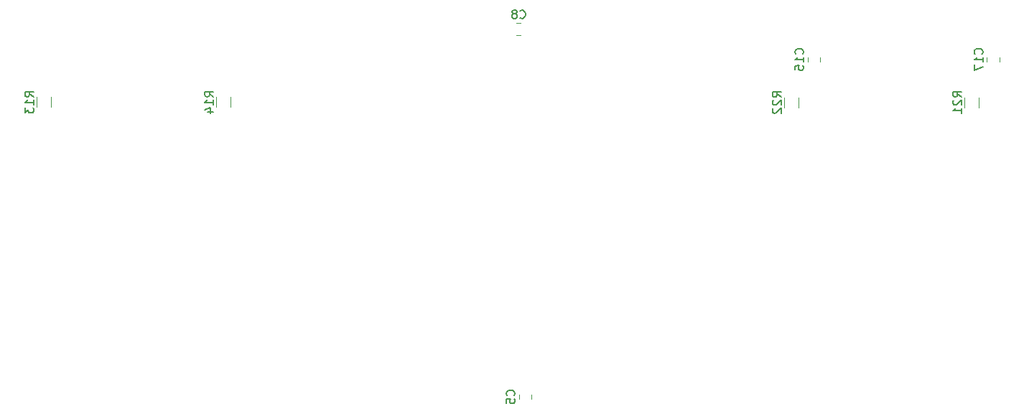
<source format=gbr>
G04 #@! TF.GenerationSoftware,KiCad,Pcbnew,(5.1.12-1-10_14)*
G04 #@! TF.CreationDate,2021-12-08T14:07:12+01:00*
G04 #@! TF.ProjectId,amp-mosfet-160w,616d702d-6d6f-4736-9665-742d31363077,rev?*
G04 #@! TF.SameCoordinates,Original*
G04 #@! TF.FileFunction,Legend,Bot*
G04 #@! TF.FilePolarity,Positive*
%FSLAX46Y46*%
G04 Gerber Fmt 4.6, Leading zero omitted, Abs format (unit mm)*
G04 Created by KiCad (PCBNEW (5.1.12-1-10_14)) date 2021-12-08 14:07:12*
%MOMM*%
%LPD*%
G01*
G04 APERTURE LIST*
%ADD10C,0.120000*%
%ADD11C,0.150000*%
G04 APERTURE END LIST*
D10*
X132434000Y-103095248D02*
X132434000Y-103617752D01*
X130964000Y-103095248D02*
X130964000Y-103617752D01*
X187615500Y-63280748D02*
X187615500Y-63803252D01*
X186145500Y-63280748D02*
X186145500Y-63803252D01*
X166470000Y-63280748D02*
X166470000Y-63803252D01*
X165000000Y-63280748D02*
X165000000Y-63803252D01*
X162218000Y-68019500D02*
X162218000Y-69219500D01*
X163918000Y-69219500D02*
X163918000Y-68019500D01*
X183490500Y-68004000D02*
X183490500Y-69204000D01*
X185190500Y-69204000D02*
X185190500Y-68004000D01*
X95289000Y-67980000D02*
X95289000Y-69180000D01*
X96989000Y-69180000D02*
X96989000Y-67980000D01*
X74080000Y-67980000D02*
X74080000Y-69180000D01*
X75780000Y-69180000D02*
X75780000Y-67980000D01*
X131198252Y-60679000D02*
X130675748Y-60679000D01*
X131198252Y-59209000D02*
X130675748Y-59209000D01*
D11*
X130376142Y-103189833D02*
X130423761Y-103142214D01*
X130471380Y-102999357D01*
X130471380Y-102904119D01*
X130423761Y-102761261D01*
X130328523Y-102666023D01*
X130233285Y-102618404D01*
X130042809Y-102570785D01*
X129899952Y-102570785D01*
X129709476Y-102618404D01*
X129614238Y-102666023D01*
X129519000Y-102761261D01*
X129471380Y-102904119D01*
X129471380Y-102999357D01*
X129519000Y-103142214D01*
X129566619Y-103189833D01*
X129471380Y-104094595D02*
X129471380Y-103618404D01*
X129947571Y-103570785D01*
X129899952Y-103618404D01*
X129852333Y-103713642D01*
X129852333Y-103951738D01*
X129899952Y-104046976D01*
X129947571Y-104094595D01*
X130042809Y-104142214D01*
X130280904Y-104142214D01*
X130376142Y-104094595D01*
X130423761Y-104046976D01*
X130471380Y-103951738D01*
X130471380Y-103713642D01*
X130423761Y-103618404D01*
X130376142Y-103570785D01*
X185557642Y-62899142D02*
X185605261Y-62851523D01*
X185652880Y-62708666D01*
X185652880Y-62613428D01*
X185605261Y-62470571D01*
X185510023Y-62375333D01*
X185414785Y-62327714D01*
X185224309Y-62280095D01*
X185081452Y-62280095D01*
X184890976Y-62327714D01*
X184795738Y-62375333D01*
X184700500Y-62470571D01*
X184652880Y-62613428D01*
X184652880Y-62708666D01*
X184700500Y-62851523D01*
X184748119Y-62899142D01*
X185652880Y-63851523D02*
X185652880Y-63280095D01*
X185652880Y-63565809D02*
X184652880Y-63565809D01*
X184795738Y-63470571D01*
X184890976Y-63375333D01*
X184938595Y-63280095D01*
X184652880Y-64184857D02*
X184652880Y-64851523D01*
X185652880Y-64422952D01*
X164412142Y-62899142D02*
X164459761Y-62851523D01*
X164507380Y-62708666D01*
X164507380Y-62613428D01*
X164459761Y-62470571D01*
X164364523Y-62375333D01*
X164269285Y-62327714D01*
X164078809Y-62280095D01*
X163935952Y-62280095D01*
X163745476Y-62327714D01*
X163650238Y-62375333D01*
X163555000Y-62470571D01*
X163507380Y-62613428D01*
X163507380Y-62708666D01*
X163555000Y-62851523D01*
X163602619Y-62899142D01*
X164507380Y-63851523D02*
X164507380Y-63280095D01*
X164507380Y-63565809D02*
X163507380Y-63565809D01*
X163650238Y-63470571D01*
X163745476Y-63375333D01*
X163793095Y-63280095D01*
X163507380Y-64756285D02*
X163507380Y-64280095D01*
X163983571Y-64232476D01*
X163935952Y-64280095D01*
X163888333Y-64375333D01*
X163888333Y-64613428D01*
X163935952Y-64708666D01*
X163983571Y-64756285D01*
X164078809Y-64803904D01*
X164316904Y-64803904D01*
X164412142Y-64756285D01*
X164459761Y-64708666D01*
X164507380Y-64613428D01*
X164507380Y-64375333D01*
X164459761Y-64280095D01*
X164412142Y-64232476D01*
X161870380Y-67976642D02*
X161394190Y-67643309D01*
X161870380Y-67405214D02*
X160870380Y-67405214D01*
X160870380Y-67786166D01*
X160918000Y-67881404D01*
X160965619Y-67929023D01*
X161060857Y-67976642D01*
X161203714Y-67976642D01*
X161298952Y-67929023D01*
X161346571Y-67881404D01*
X161394190Y-67786166D01*
X161394190Y-67405214D01*
X160965619Y-68357595D02*
X160918000Y-68405214D01*
X160870380Y-68500452D01*
X160870380Y-68738547D01*
X160918000Y-68833785D01*
X160965619Y-68881404D01*
X161060857Y-68929023D01*
X161156095Y-68929023D01*
X161298952Y-68881404D01*
X161870380Y-68309976D01*
X161870380Y-68929023D01*
X160965619Y-69309976D02*
X160918000Y-69357595D01*
X160870380Y-69452833D01*
X160870380Y-69690928D01*
X160918000Y-69786166D01*
X160965619Y-69833785D01*
X161060857Y-69881404D01*
X161156095Y-69881404D01*
X161298952Y-69833785D01*
X161870380Y-69262357D01*
X161870380Y-69881404D01*
X183142880Y-67961142D02*
X182666690Y-67627809D01*
X183142880Y-67389714D02*
X182142880Y-67389714D01*
X182142880Y-67770666D01*
X182190500Y-67865904D01*
X182238119Y-67913523D01*
X182333357Y-67961142D01*
X182476214Y-67961142D01*
X182571452Y-67913523D01*
X182619071Y-67865904D01*
X182666690Y-67770666D01*
X182666690Y-67389714D01*
X182238119Y-68342095D02*
X182190500Y-68389714D01*
X182142880Y-68484952D01*
X182142880Y-68723047D01*
X182190500Y-68818285D01*
X182238119Y-68865904D01*
X182333357Y-68913523D01*
X182428595Y-68913523D01*
X182571452Y-68865904D01*
X183142880Y-68294476D01*
X183142880Y-68913523D01*
X183142880Y-69865904D02*
X183142880Y-69294476D01*
X183142880Y-69580190D02*
X182142880Y-69580190D01*
X182285738Y-69484952D01*
X182380976Y-69389714D01*
X182428595Y-69294476D01*
X94941380Y-67937142D02*
X94465190Y-67603809D01*
X94941380Y-67365714D02*
X93941380Y-67365714D01*
X93941380Y-67746666D01*
X93989000Y-67841904D01*
X94036619Y-67889523D01*
X94131857Y-67937142D01*
X94274714Y-67937142D01*
X94369952Y-67889523D01*
X94417571Y-67841904D01*
X94465190Y-67746666D01*
X94465190Y-67365714D01*
X94941380Y-68889523D02*
X94941380Y-68318095D01*
X94941380Y-68603809D02*
X93941380Y-68603809D01*
X94084238Y-68508571D01*
X94179476Y-68413333D01*
X94227095Y-68318095D01*
X94274714Y-69746666D02*
X94941380Y-69746666D01*
X93893761Y-69508571D02*
X94608047Y-69270476D01*
X94608047Y-69889523D01*
X73732380Y-67937142D02*
X73256190Y-67603809D01*
X73732380Y-67365714D02*
X72732380Y-67365714D01*
X72732380Y-67746666D01*
X72780000Y-67841904D01*
X72827619Y-67889523D01*
X72922857Y-67937142D01*
X73065714Y-67937142D01*
X73160952Y-67889523D01*
X73208571Y-67841904D01*
X73256190Y-67746666D01*
X73256190Y-67365714D01*
X73732380Y-68889523D02*
X73732380Y-68318095D01*
X73732380Y-68603809D02*
X72732380Y-68603809D01*
X72875238Y-68508571D01*
X72970476Y-68413333D01*
X73018095Y-68318095D01*
X72732380Y-69222857D02*
X72732380Y-69841904D01*
X73113333Y-69508571D01*
X73113333Y-69651428D01*
X73160952Y-69746666D01*
X73208571Y-69794285D01*
X73303809Y-69841904D01*
X73541904Y-69841904D01*
X73637142Y-69794285D01*
X73684761Y-69746666D01*
X73732380Y-69651428D01*
X73732380Y-69365714D01*
X73684761Y-69270476D01*
X73637142Y-69222857D01*
X131103666Y-58621142D02*
X131151285Y-58668761D01*
X131294142Y-58716380D01*
X131389380Y-58716380D01*
X131532238Y-58668761D01*
X131627476Y-58573523D01*
X131675095Y-58478285D01*
X131722714Y-58287809D01*
X131722714Y-58144952D01*
X131675095Y-57954476D01*
X131627476Y-57859238D01*
X131532238Y-57764000D01*
X131389380Y-57716380D01*
X131294142Y-57716380D01*
X131151285Y-57764000D01*
X131103666Y-57811619D01*
X130532238Y-58144952D02*
X130627476Y-58097333D01*
X130675095Y-58049714D01*
X130722714Y-57954476D01*
X130722714Y-57906857D01*
X130675095Y-57811619D01*
X130627476Y-57764000D01*
X130532238Y-57716380D01*
X130341761Y-57716380D01*
X130246523Y-57764000D01*
X130198904Y-57811619D01*
X130151285Y-57906857D01*
X130151285Y-57954476D01*
X130198904Y-58049714D01*
X130246523Y-58097333D01*
X130341761Y-58144952D01*
X130532238Y-58144952D01*
X130627476Y-58192571D01*
X130675095Y-58240190D01*
X130722714Y-58335428D01*
X130722714Y-58525904D01*
X130675095Y-58621142D01*
X130627476Y-58668761D01*
X130532238Y-58716380D01*
X130341761Y-58716380D01*
X130246523Y-58668761D01*
X130198904Y-58621142D01*
X130151285Y-58525904D01*
X130151285Y-58335428D01*
X130198904Y-58240190D01*
X130246523Y-58192571D01*
X130341761Y-58144952D01*
M02*

</source>
